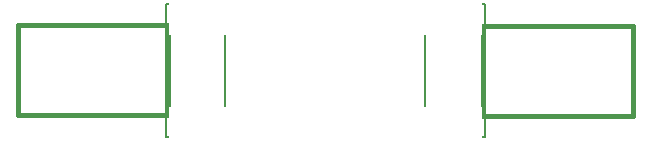
<source format=gbo>
G04 #@! TF.FileFunction,Legend,Bot*
%FSLAX46Y46*%
G04 Gerber Fmt 4.6, Leading zero omitted, Abs format (unit mm)*
G04 Created by KiCad (PCBNEW (2016-03-18 BZR 6629)-product) date Sa 16 Apr 2016 02:00:58 CEST*
%MOMM*%
G01*
G04 APERTURE LIST*
%ADD10C,0.100000*%
%ADD11C,0.150000*%
%ADD12C,0.381000*%
%ADD13O,2.000000X2.000000*%
%ADD14C,1.850000*%
%ADD15C,2.000000*%
%ADD16R,4.972000X2.813000*%
%ADD17R,2.127200X2.432000*%
%ADD18O,2.127200X2.432000*%
%ADD19R,2.432000X2.432000*%
%ADD20O,2.432000X2.432000*%
G04 APERTURE END LIST*
D10*
D11*
X148440000Y-90920000D02*
X148540000Y-90920000D01*
X148540000Y-90920000D02*
X153440000Y-90920000D01*
X153440000Y-90920000D02*
X153440000Y-102120000D01*
X153440000Y-102120000D02*
X148440000Y-102120000D01*
X148440000Y-102120000D02*
X148440000Y-90920000D01*
D12*
X148590000Y-92654600D02*
X148590000Y-100274600D01*
X148590000Y-100274600D02*
X135890000Y-100274600D01*
X135890000Y-100274600D02*
X135890000Y-92654600D01*
X135890000Y-92654600D02*
X148590000Y-92654600D01*
D11*
X175410000Y-102120000D02*
X175310000Y-102120000D01*
X175310000Y-102120000D02*
X170410000Y-102120000D01*
X170410000Y-102120000D02*
X170410000Y-90920000D01*
X170410000Y-90920000D02*
X175410000Y-90920000D01*
X175410000Y-90920000D02*
X175410000Y-102120000D01*
D12*
X175260000Y-100385400D02*
X175260000Y-92765400D01*
X175260000Y-92765400D02*
X187960000Y-92765400D01*
X187960000Y-92765400D02*
X187960000Y-100385400D01*
X187960000Y-100385400D02*
X175260000Y-100385400D01*
%LPC*%
D13*
X150350000Y-148900000D03*
X150350000Y-151440000D03*
X150350000Y-153980000D03*
X150350000Y-156520000D03*
X150350000Y-159060000D03*
X157970000Y-159060000D03*
X157970000Y-156520000D03*
X157970000Y-153980000D03*
X157970000Y-151440000D03*
X157970000Y-148900000D03*
D14*
X170180000Y-124160000D03*
X172720000Y-125430000D03*
X170180000Y-126700000D03*
X172720000Y-127970000D03*
X170180000Y-129240000D03*
X172720000Y-130510000D03*
X170180000Y-131780000D03*
X172720000Y-133050000D03*
X170180000Y-134320000D03*
X172720000Y-135590000D03*
D15*
X171980000Y-122760000D03*
D16*
X151140000Y-92120000D03*
X151140000Y-100920000D03*
X172710000Y-100920000D03*
X172710000Y-92120000D03*
D13*
X160350000Y-148900000D03*
X160350000Y-151440000D03*
X160350000Y-153980000D03*
X160350000Y-156520000D03*
X160350000Y-159060000D03*
X167970000Y-159060000D03*
X167970000Y-156520000D03*
X167970000Y-153980000D03*
X167970000Y-151440000D03*
X167970000Y-148900000D03*
D17*
X165400000Y-164850000D03*
D18*
X162860000Y-164850000D03*
X160320000Y-164850000D03*
X157780000Y-164850000D03*
D19*
X170150000Y-119775000D03*
D20*
X172690000Y-119775000D03*
M02*

</source>
